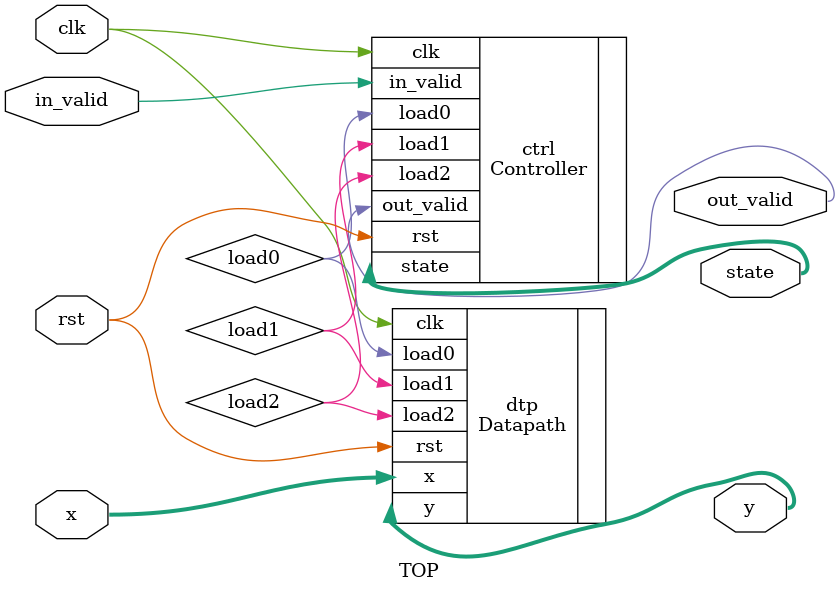
<source format=v>
module TOP #(
	parameter a = 2,
	parameter b = 4,
	parameter c = 6,
	parameter data_width = 16
)
(
	input wire clk,rst,
	input wire [data_width-1:0] x,
	input wire in_valid,
	output wire [data_width-1:0] y,
	output wire out_valid,
	output wire [1:0] state
);
	wire load0,load1,load2;
	Controller ctrl(.clk(clk),.rst(rst),.in_valid(in_valid),.load0(load0),.load1(load1),.load2(load2),.out_valid(out_valid),.state(state));
	Datapath #(a,b,c,data_width) dtp(.clk(clk),.rst(rst),.load0(load0),.load1(load1),.load2(load2),.x(x),.y(y));
	
endmodule

</source>
